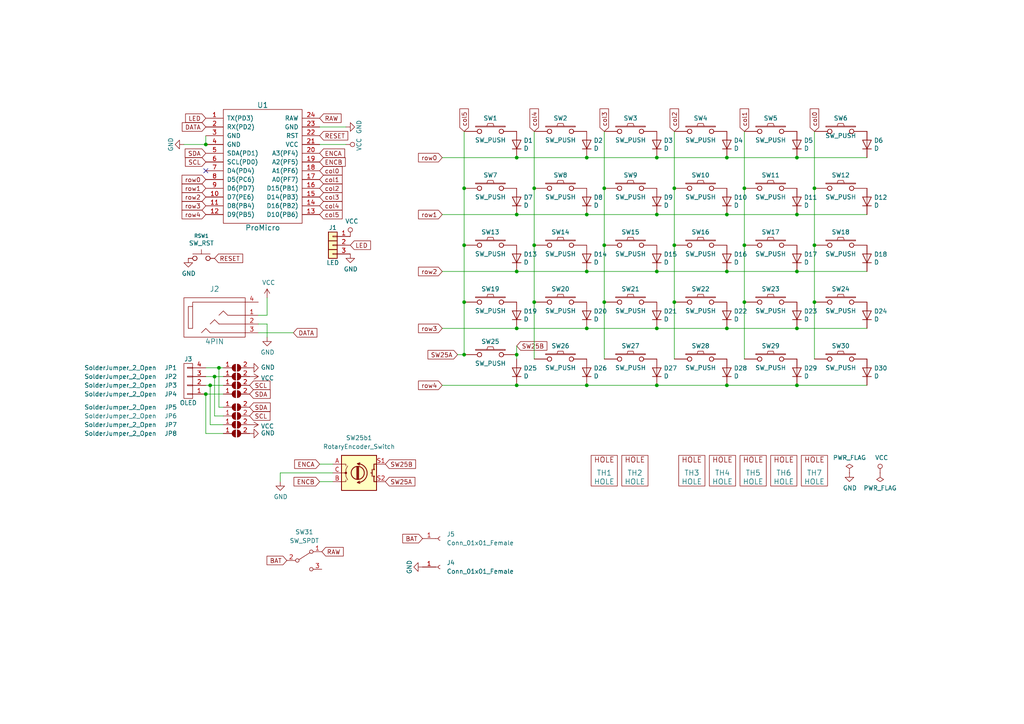
<source format=kicad_sch>
(kicad_sch (version 20211123) (generator eeschema)
  (paper "A4")
  (lib_symbols
    (symbol "Connector:Conn_01x01_Female" (pin_names (offset 1.016) hide)
      (property "Reference" "J" (at 0 2.54 0))
      (property "Value" "Conn_01x01_Female" (at 0 -2.54 0))
      (symbol "Conn_01x01_Female_1_1"
        (pin passive line (at -5.08 0 0) (length 3.81) (name "Pin_1") (number "1"))
      )
    )
    (symbol "Device:RotaryEncoder_Switch" (pin_names (offset 0.254) hide)
      (property "Reference" "SW" (at 0 6.604 0))
      (property "Value" "RotaryEncoder_Switch" (at 0 -6.604 0))
      (symbol "RotaryEncoder_Switch_1_1"
        (pin passive line (at -7.62 2.54 0) (length 2.54) (name "A") (number "A"))
        (pin passive line (at -7.62 -2.54 0) (length 2.54) (name "B") (number "B"))
        (pin passive line (at -7.62 0 0) (length 2.54) (name "C") (number "C"))
        (pin passive line (at 7.62 2.54 180) (length 2.54) (name "S1") (number "S1"))
        (pin passive line (at 7.62 -2.54 180) (length 2.54) (name "S2") (number "S2"))
      )
    )
    (symbol "Jumper:SolderJumper_2_Open" (pin_names (offset 0) hide)
      (property "Reference" "JP" (at 0 2.032 0))
      (property "Value" "SolderJumper_2_Open" (at 0 -2.54 0))
      (symbol "SolderJumper_2_Open_1_1"
        (pin passive line (at -3.81 0 0) (length 2.54) (name "A") (number "1"))
        (pin passive line (at 3.81 0 180) (length 2.54) (name "B") (number "2"))
      )
    )
    (symbol "SofleKeyboard-rescue:D-Lily58-cache-Lily58_Pro-rescue" (pin_numbers hide) (pin_names (offset 1.016) hide)
      (property "Reference" "D" (at 0 2.54 0))
      (property "Value" "D-Lily58-cache-Lily58_Pro-rescue" (at 0 -2.54 0))
      (symbol "D-Lily58-cache-Lily58_Pro-rescue_1_1"
        (pin passive line (at -3.81 0 0) (length 2.54) (name "K") (number "1"))
        (pin passive line (at 3.81 0 180) (length 2.54) (name "A") (number "2"))
      )
    )
    (symbol "SofleKeyboard-rescue:GND-Lily58-cache-Lily58_Pro-rescue" (power) (pin_names (offset 0))
      (property "Value" "GND-Lily58-cache-Lily58_Pro-rescue" (at 0 -3.81 0))
      (symbol "GND-Lily58-cache-Lily58_Pro-rescue_1_1"
        (pin power_in line (at 0 0 0) (length 0) hide (name "GND") (number "1"))
      )
    )
    (symbol "SofleKeyboard-rescue:HOLE-Lily58-cache-Lily58_Pro-rescue" (pin_names (offset 1.016))
      (property "Reference" "U" (at 0 0 0))
      (property "Value" "HOLE-Lily58-cache-Lily58_Pro-rescue" (at 0 -5.08 0))
      (symbol "HOLE-Lily58-cache-Lily58_Pro-rescue_0_0"
        (text "HOLE" (at 0 3.81 0) (effects (font (size 1.524 1.524))))
      )
    )
    (symbol "SofleKeyboard-rescue:LED-Lily58-cache-Lily58_Pro-rescue" (pin_names (offset 1.016) hide)
      (property "Reference" "J" (at 0 5.08 0))
      (property "Value" "LED-Lily58-cache-Lily58_Pro-rescue" (at 0 -5.08 0))
      (symbol "LED-Lily58-cache-Lily58_Pro-rescue_1_1"
        (pin passive line (at 5.08 2.54 180) (length 3.81) (name "Pin_1") (number "1"))
        (pin passive line (at 5.08 0 180) (length 3.81) (name "Pin_2") (number "2"))
        (pin passive line (at 5.08 -2.54 180) (length 3.81) (name "Pin_3") (number "3"))
      )
    )
    (symbol "SofleKeyboard-rescue:MJ-4PP-9-Lily58-cache-Lily58_Pro-rescue" (pin_names (offset 1.016))
      (property "Reference" "J" (at -8.89 -7.62 0))
      (property "Value" "MJ-4PP-9-Lily58-cache-Lily58_Pro-rescue" (at -3.81 6.35 0))
      (symbol "MJ-4PP-9-Lily58-cache-Lily58_Pro-rescue_1_1"
        (pin passive line (at 11.43 0 180) (length 3.81) (name "~") (number "1"))
        (pin passive line (at 11.43 -2.54 180) (length 3.81) (name "~") (number "2"))
        (pin passive line (at 11.43 -5.08 180) (length 3.81) (name "~") (number "3"))
        (pin passive line (at 11.43 3.81 180) (length 3.81) (name "~") (number "4"))
      )
    )
    (symbol "SofleKeyboard-rescue:OLED-Lily58-cache-Lily58_Pro-rescue" (pin_names (offset 1.016) hide)
      (property "Reference" "J" (at 0 6.35 0))
      (property "Value" "OLED-Lily58-cache-Lily58_Pro-rescue" (at 2.54 0 90))
      (symbol "OLED-Lily58-cache-Lily58_Pro-rescue_1_1"
        (pin passive line (at -5.08 3.81 0) (length 3.81) (name "P1") (number "1"))
        (pin passive line (at -5.08 1.27 0) (length 3.81) (name "P2") (number "2"))
        (pin passive line (at -5.08 -1.27 0) (length 3.81) (name "P3") (number "3"))
        (pin passive line (at -5.08 -3.81 0) (length 3.81) (name "P4") (number "4"))
      )
    )
    (symbol "SofleKeyboard-rescue:PWR_FLAG-Lily58-cache-Lily58_Pro-rescue" (power) (pin_numbers hide) (pin_names (offset 0) hide)
      (property "Value" "PWR_FLAG-Lily58-cache-Lily58_Pro-rescue" (at 0 3.81 0))
      (symbol "PWR_FLAG-Lily58-cache-Lily58_Pro-rescue_0_0"
        (pin power_out line (at 0 0 90) (length 0) (name "pwr") (number "1"))
      )
    )
    (symbol "SofleKeyboard-rescue:ProMicro_2-Lily58-cache-Lily58_Pro-rescue" (pin_names (offset 1.016))
      (property "Reference" "U" (at 0 17.78 0))
      (property "Value" "ProMicro_2-Lily58-cache-Lily58_Pro-rescue" (at 0 -17.78 0))
      (symbol "ProMicro_2-Lily58-cache-Lily58_Pro-rescue_1_1"
        (pin input line (at -16.51 13.97 0) (length 5.08) (name "TX(PD3)") (number "1"))
        (pin input line (at -16.51 -8.89 0) (length 5.08) (name "D7(PE6)") (number "10"))
        (pin input line (at -16.51 -11.43 0) (length 5.08) (name "D8(PB4)") (number "11"))
        (pin input line (at -16.51 -13.97 0) (length 5.08) (name "D9(PB5)") (number "12"))
        (pin input line (at 16.51 -13.97 180) (length 5.08) (name "D10(PB6)") (number "13"))
        (pin input line (at 16.51 -11.43 180) (length 5.08) (name "D16(PB2)") (number "14"))
        (pin input line (at 16.51 -8.89 180) (length 5.08) (name "D14(PB3)") (number "15"))
        (pin input line (at 16.51 -6.35 180) (length 5.08) (name "D15(PB1)") (number "16"))
        (pin input line (at 16.51 -3.81 180) (length 5.08) (name "A0(PF7)") (number "17"))
        (pin input line (at 16.51 -1.27 180) (length 5.08) (name "A1(PF6)") (number "18"))
        (pin input line (at 16.51 1.27 180) (length 5.08) (name "A2(PF5)") (number "19"))
        (pin input line (at -16.51 11.43 0) (length 5.08) (name "RX(PD2)") (number "2"))
        (pin input line (at 16.51 3.81 180) (length 5.08) (name "A3(PF4)") (number "20"))
        (pin input line (at 16.51 6.35 180) (length 5.08) (name "VCC") (number "21"))
        (pin input line (at 16.51 8.89 180) (length 5.08) (name "RST") (number "22"))
        (pin input line (at 16.51 11.43 180) (length 5.08) (name "GND") (number "23"))
        (pin input line (at 16.51 13.97 180) (length 5.08) (name "RAW") (number "24"))
        (pin input line (at -16.51 8.89 0) (length 5.08) (name "GND") (number "3"))
        (pin input line (at -16.51 6.35 0) (length 5.08) (name "GND") (number "4"))
        (pin input line (at -16.51 3.81 0) (length 5.08) (name "SDA(PD1)") (number "5"))
        (pin input line (at -16.51 1.27 0) (length 5.08) (name "SCL(PD0)") (number "6"))
        (pin input line (at -16.51 -1.27 0) (length 5.08) (name "D4(PD4)") (number "7"))
        (pin input line (at -16.51 -3.81 0) (length 5.08) (name "D5(PC6)") (number "8"))
        (pin input line (at -16.51 -6.35 0) (length 5.08) (name "D6(PD7)") (number "9"))
      )
    )
    (symbol "SofleKeyboard-rescue:SW_PUSH-Lily58-cache-Lily58_Pro-rescue" (pin_numbers hide) (pin_names (offset 1.016) hide)
      (property "Reference" "SW" (at 3.81 2.794 0))
      (property "Value" "SW_PUSH-Lily58-cache-Lily58_Pro-rescue" (at 0 -2.032 0))
      (symbol "SW_PUSH-Lily58-cache-Lily58_Pro-rescue_0_1"
        (pin passive inverted (at -7.62 0 0) (length 5.08) (name "1") (number "1"))
        (pin passive inverted (at 7.62 0 180) (length 5.08) (name "2") (number "2"))
      )
    )
    (symbol "SofleKeyboard-rescue:SW_RST-Lily58-cache-Lily58_Pro-rescue" (pin_numbers hide) (pin_names (offset 1.016) hide)
      (property "Reference" "RSW" (at 2.54 2.54 0))
      (property "Value" "SW_RST-Lily58-cache-Lily58_Pro-rescue" (at 0 -2.54 0))
      (symbol "SW_RST-Lily58-cache-Lily58_Pro-rescue_0_1"
        (pin passive inverted (at -3.81 0 0) (length 2.54) (name "1") (number "1"))
        (pin passive inverted (at 3.81 0 180) (length 2.54) (name "2") (number "2"))
      )
    )
    (symbol "SofleKeyboard-rescue:VCC-Lily58-cache-Lily58_Pro-rescue" (power) (pin_names (offset 0))
      (property "Value" "VCC-Lily58-cache-Lily58_Pro-rescue" (at 0 3.81 0))
      (symbol "VCC-Lily58-cache-Lily58_Pro-rescue_1_1"
        (pin power_in line (at 0 0 90) (length 0) hide (name "VCC") (number "1"))
      )
    )
    (symbol "Switch:SW_SPDT" (pin_names (offset 0) hide)
      (property "Reference" "SW" (at 0 4.318 0))
      (property "Value" "SW_SPDT" (at 0 -5.08 0))
      (symbol "SW_SPDT_1_1"
        (pin passive line (at 5.08 2.54 180) (length 2.54) (name "A") (number "1"))
        (pin passive line (at -5.08 0 0) (length 2.54) (name "B") (number "2"))
        (pin passive line (at 5.08 -2.54 180) (length 2.54) (name "C") (number "3"))
      )
    )
    (symbol "power:GND" (power) (pin_names (offset 0))
      (property "Value" "GND" (at 0 -3.81 0))
      (symbol "GND_1_1"
        (pin power_in line (at 0 0 270) (length 0) hide (name "GND") (number "1"))
      )
    )
    (symbol "power:VCC" (power) (pin_names (offset 0))
      (property "Value" "VCC" (at 0 3.81 0))
      (symbol "VCC_1_1"
        (pin power_in line (at 0 0 90) (length 0) hide (name "VCC") (number "1"))
      )
    )
  )
  (junction (at 149.86 78.74))
  (junction (at 231.14 111.76))
  (junction (at 154.94 87.63))
  (junction (at 170.18 45.72))
  (junction (at 154.94 71.12))
  (junction (at 134.62 87.63))
  (junction (at 210.82 111.76))
  (junction (at 62.23 109.22))
  (junction (at 134.62 102.87))
  (junction (at 149.86 111.76))
  (junction (at 59.69 114.3))
  (junction (at 210.82 45.72))
  (junction (at 190.5 111.76))
  (junction (at 236.22 87.63))
  (junction (at 190.5 95.25))
  (junction (at 215.9 87.63))
  (junction (at 210.82 95.25))
  (junction (at 170.18 95.25))
  (junction (at 149.86 62.23))
  (junction (at 170.18 62.23))
  (junction (at 215.9 71.12))
  (junction (at 175.26 71.12))
  (junction (at 215.9 54.61))
  (junction (at 134.62 54.61))
  (junction (at 231.14 45.72))
  (junction (at 175.26 54.61))
  (junction (at 210.82 78.74))
  (junction (at 195.58 87.63))
  (junction (at 59.69 41.91))
  (junction (at 231.14 62.23))
  (junction (at 175.26 87.63))
  (junction (at 63.5 106.68))
  (junction (at 170.18 111.76))
  (junction (at 210.82 62.23))
  (junction (at 170.18 78.74))
  (junction (at 149.86 102.87))
  (junction (at 195.58 71.12))
  (junction (at 190.5 62.23))
  (junction (at 231.14 95.25))
  (junction (at 190.5 45.72))
  (junction (at 149.86 45.72))
  (junction (at 154.94 54.61))
  (junction (at 236.22 71.12))
  (junction (at 149.86 95.25))
  (junction (at 236.22 54.61))
  (junction (at 134.62 71.12))
  (junction (at 231.14 78.74))
  (junction (at 190.5 78.74))
  (junction (at 60.96 111.76))
  (junction (at 195.58 54.61))
  (no_connect (at 59.69 49.53))
  (wire (pts (xy 59.69 109.22) (xy 62.23 109.22)))
  (wire (pts (xy 96.52 137.16) (xy 81.28 137.16)))
  (wire (pts (xy 92.71 139.7) (xy 96.52 139.7)))
  (wire (pts (xy 60.96 123.19) (xy 64.77 123.19)))
  (wire (pts (xy 149.86 102.87) (xy 149.86 104.14)))
  (wire (pts (xy 215.9 54.61) (xy 215.9 71.12)))
  (wire (pts (xy 149.86 111.76) (xy 170.18 111.76)))
  (wire (pts (xy 74.93 96.52) (xy 85.09 96.52)))
  (wire (pts (xy 170.18 111.76) (xy 190.5 111.76)))
  (wire (pts (xy 81.28 137.16) (xy 81.28 139.7)))
  (wire (pts (xy 77.47 86.36) (xy 77.47 91.44)))
  (wire (pts (xy 175.26 38.1) (xy 175.26 54.61)))
  (wire (pts (xy 195.58 54.61) (xy 195.58 71.12)))
  (wire (pts (xy 63.5 106.68) (xy 63.5 118.11)))
  (wire (pts (xy 170.18 45.72) (xy 190.5 45.72)))
  (wire (pts (xy 231.14 111.76) (xy 251.46 111.76)))
  (wire (pts (xy 190.5 111.76) (xy 210.82 111.76)))
  (wire (pts (xy 215.9 87.63) (xy 215.9 104.14)))
  (wire (pts (xy 128.27 111.76) (xy 149.86 111.76)))
  (wire (pts (xy 59.69 39.37) (xy 59.69 41.91)))
  (wire (pts (xy 231.14 45.72) (xy 251.46 45.72)))
  (wire (pts (xy 170.18 45.72) (xy 149.86 45.72)))
  (wire (pts (xy 149.86 78.74) (xy 128.27 78.74)))
  (wire (pts (xy 215.9 38.1) (xy 215.9 54.61)))
  (wire (pts (xy 132.715 102.87) (xy 134.62 102.87)))
  (wire (pts (xy 175.26 71.12) (xy 175.26 87.63)))
  (wire (pts (xy 215.9 87.63) (xy 215.9 71.12)))
  (wire (pts (xy 195.58 87.63) (xy 195.58 104.14)))
  (wire (pts (xy 62.23 109.22) (xy 64.77 109.22)))
  (wire (pts (xy 63.5 106.68) (xy 64.77 106.68)))
  (wire (pts (xy 170.18 95.25) (xy 149.86 95.25)))
  (wire (pts (xy 170.18 78.74) (xy 149.86 78.74)))
  (wire (pts (xy 64.77 114.3) (xy 59.69 114.3)))
  (wire (pts (xy 190.5 62.23) (xy 210.82 62.23)))
  (wire (pts (xy 195.58 71.12) (xy 195.58 87.63)))
  (wire (pts (xy 210.82 62.23) (xy 231.14 62.23)))
  (wire (pts (xy 60.96 111.76) (xy 64.77 111.76)))
  (wire (pts (xy 231.14 95.25) (xy 251.46 95.25)))
  (wire (pts (xy 92.71 36.83) (xy 100.33 36.83)))
  (wire (pts (xy 134.62 87.63) (xy 134.62 102.87)))
  (wire (pts (xy 231.14 78.74) (xy 251.46 78.74)))
  (wire (pts (xy 154.94 54.61) (xy 154.94 71.12)))
  (wire (pts (xy 236.22 87.63) (xy 236.22 104.14)))
  (wire (pts (xy 134.62 71.12) (xy 134.62 87.63)))
  (wire (pts (xy 77.47 91.44) (xy 74.93 91.44)))
  (wire (pts (xy 175.26 87.63) (xy 175.26 104.14)))
  (wire (pts (xy 134.62 38.1) (xy 134.62 54.61)))
  (wire (pts (xy 190.5 78.74) (xy 210.82 78.74)))
  (wire (pts (xy 74.93 93.98) (xy 77.47 93.98)))
  (wire (pts (xy 236.22 71.12) (xy 236.22 87.63)))
  (wire (pts (xy 231.14 62.23) (xy 251.46 62.23)))
  (wire (pts (xy 154.94 71.12) (xy 154.94 87.63)))
  (wire (pts (xy 170.18 78.74) (xy 190.5 78.74)))
  (wire (pts (xy 170.18 62.23) (xy 190.5 62.23)))
  (wire (pts (xy 190.5 95.25) (xy 210.82 95.25)))
  (wire (pts (xy 154.94 38.1) (xy 154.94 54.61)))
  (wire (pts (xy 154.94 87.63) (xy 154.94 104.14)))
  (wire (pts (xy 134.62 54.61) (xy 134.62 71.12)))
  (wire (pts (xy 210.82 95.25) (xy 231.14 95.25)))
  (wire (pts (xy 170.18 62.23) (xy 149.86 62.23)))
  (wire (pts (xy 59.69 125.73) (xy 64.77 125.73)))
  (wire (pts (xy 77.47 93.98) (xy 77.47 97.79)))
  (wire (pts (xy 92.71 134.62) (xy 96.52 134.62)))
  (wire (pts (xy 59.69 114.3) (xy 59.69 125.73)))
  (wire (pts (xy 236.22 54.61) (xy 236.22 38.1)))
  (wire (pts (xy 149.86 95.25) (xy 128.27 95.25)))
  (wire (pts (xy 190.5 45.72) (xy 210.82 45.72)))
  (wire (pts (xy 149.86 100.33) (xy 149.86 102.87)))
  (wire (pts (xy 63.5 118.11) (xy 64.77 118.11)))
  (wire (pts (xy 149.86 45.72) (xy 128.27 45.72)))
  (wire (pts (xy 62.23 120.65) (xy 64.77 120.65)))
  (wire (pts (xy 92.71 41.91) (xy 100.33 41.91)))
  (wire (pts (xy 170.18 95.25) (xy 190.5 95.25)))
  (wire (pts (xy 195.58 38.1) (xy 195.58 54.61)))
  (wire (pts (xy 210.82 111.76) (xy 231.14 111.76)))
  (wire (pts (xy 236.22 71.12) (xy 236.22 54.61)))
  (wire (pts (xy 59.69 111.76) (xy 60.96 111.76)))
  (wire (pts (xy 59.69 41.91) (xy 53.34 41.91)))
  (wire (pts (xy 59.69 106.68) (xy 63.5 106.68)))
  (wire (pts (xy 62.23 109.22) (xy 62.23 120.65)))
  (wire (pts (xy 210.82 78.74) (xy 231.14 78.74)))
  (wire (pts (xy 231.14 45.72) (xy 210.82 45.72)))
  (wire (pts (xy 149.86 62.23) (xy 128.27 62.23)))
  (wire (pts (xy 60.96 111.76) (xy 60.96 123.19)))
  (wire (pts (xy 175.26 54.61) (xy 175.26 71.12)))
  (global_label "row3" (shape input) (at 128.27 95.25 180) (property "Intersheet References" "${INTERSHEET_REFS}" (effects hide)))
  (global_label "SW25A" (shape input) (at 111.76 139.7 0) (property "Intersheet References" "${INTERSHEET_REFS}" (effects hide)))
  (global_label "col4" (shape input) (at 92.71 59.69 0) (property "Intersheet References" "${INTERSHEET_REFS}" (effects hide)))
  (global_label "RESET" (shape input) (at 62.23 74.93 0) (property "Intersheet References" "${INTERSHEET_REFS}" (effects hide)))
  (global_label "LED" (shape input) (at 101.6 71.12 0) (property "Intersheet References" "${INTERSHEET_REFS}" (effects hide)))
  (global_label "RAW" (shape input) (at 93.345 160.02 0) (property "Intersheet References" "${INTERSHEET_REFS}" (effects hide)))
  (global_label "col3" (shape input) (at 92.71 57.15 0) (property "Intersheet References" "${INTERSHEET_REFS}" (effects hide)))
  (global_label "DATA" (shape input) (at 59.69 36.83 180) (property "Intersheet References" "${INTERSHEET_REFS}" (effects hide)))
  (global_label "row1" (shape input) (at 59.69 54.61 180) (property "Intersheet References" "${INTERSHEET_REFS}" (effects hide)))
  (global_label "col3" (shape input) (at 175.26 38.1 90) (property "Intersheet References" "${INTERSHEET_REFS}" (effects hide)))
  (global_label "ENCB" (shape input) (at 92.71 46.99 0) (property "Intersheet References" "${INTERSHEET_REFS}" (effects hide)))
  (global_label "row2" (shape input) (at 128.27 78.74 180) (property "Intersheet References" "${INTERSHEET_REFS}" (effects hide)))
  (global_label "row3" (shape input) (at 59.69 59.69 180) (property "Intersheet References" "${INTERSHEET_REFS}" (effects hide)))
  (global_label "DATA" (shape input) (at 85.09 96.52 0) (property "Intersheet References" "${INTERSHEET_REFS}" (effects hide)))
  (global_label "row0" (shape input) (at 59.69 52.07 180) (property "Intersheet References" "${INTERSHEET_REFS}" (effects hide)))
  (global_label "col5" (shape input) (at 92.71 62.23 0) (property "Intersheet References" "${INTERSHEET_REFS}" (effects hide)))
  (global_label "SDA" (shape input) (at 72.39 114.3 0) (property "Intersheet References" "${INTERSHEET_REFS}" (effects hide)))
  (global_label "SW25A" (shape input) (at 132.715 102.87 180) (property "Intersheet References" "${INTERSHEET_REFS}" (effects hide)))
  (global_label "col1" (shape input) (at 92.71 52.07 0) (property "Intersheet References" "${INTERSHEET_REFS}" (effects hide)))
  (global_label "SDA" (shape input) (at 72.39 118.11 0) (property "Intersheet References" "${INTERSHEET_REFS}" (effects hide)))
  (global_label "row1" (shape input) (at 128.27 62.23 180) (property "Intersheet References" "${INTERSHEET_REFS}" (effects hide)))
  (global_label "BAT" (shape input) (at 83.185 162.56 180) (property "Intersheet References" "${INTERSHEET_REFS}" (effects hide)))
  (global_label "SDA" (shape input) (at 59.69 44.45 180) (property "Intersheet References" "${INTERSHEET_REFS}" (effects hide)))
  (global_label "RESET" (shape input) (at 92.71 39.37 0) (property "Intersheet References" "${INTERSHEET_REFS}" (effects hide)))
  (global_label "RAW" (shape input) (at 92.71 34.29 0) (property "Intersheet References" "${INTERSHEET_REFS}" (effects hide)))
  (global_label "SW25B" (shape input) (at 149.86 100.33 0) (property "Intersheet References" "${INTERSHEET_REFS}" (effects hide)))
  (global_label "ENCB" (shape input) (at 92.71 139.7 180) (property "Intersheet References" "${INTERSHEET_REFS}" (effects hide)))
  (global_label "SCL" (shape input) (at 59.69 46.99 180) (property "Intersheet References" "${INTERSHEET_REFS}" (effects hide)))
  (global_label "LED" (shape input) (at 59.69 34.29 180) (property "Intersheet References" "${INTERSHEET_REFS}" (effects hide)))
  (global_label "ENCA" (shape input) (at 92.71 134.62 180) (property "Intersheet References" "${INTERSHEET_REFS}" (effects hide)))
  (global_label "BAT" (shape input) (at 122.555 156.21 180) (property "Intersheet References" "${INTERSHEET_REFS}" (effects hide)))
  (global_label "row2" (shape input) (at 59.69 57.15 180) (property "Intersheet References" "${INTERSHEET_REFS}" (effects hide)))
  (global_label "SCL" (shape input) (at 72.39 111.76 0) (property "Intersheet References" "${INTERSHEET_REFS}" (effects hide)))
  (global_label "row0" (shape input) (at 128.27 45.72 180) (property "Intersheet References" "${INTERSHEET_REFS}" (effects hide)))
  (global_label "col0" (shape input) (at 92.71 49.53 0) (property "Intersheet References" "${INTERSHEET_REFS}" (effects hide)))
  (global_label "col0" (shape input) (at 236.22 38.1 90) (property "Intersheet References" "${INTERSHEET_REFS}" (effects hide)))
  (global_label "col2" (shape input) (at 92.71 54.61 0) (property "Intersheet References" "${INTERSHEET_REFS}" (effects hide)))
  (global_label "SW25B" (shape input) (at 111.76 134.62 0) (property "Intersheet References" "${INTERSHEET_REFS}" (effects hide)))
  (global_label "col4" (shape input) (at 154.94 38.1 90) (property "Intersheet References" "${INTERSHEET_REFS}" (effects hide)))
  (global_label "row4" (shape input) (at 59.69 62.23 180) (property "Intersheet References" "${INTERSHEET_REFS}" (effects hide)))
  (global_label "col2" (shape input) (at 195.58 38.1 90) (property "Intersheet References" "${INTERSHEET_REFS}" (effects hide)))
  (global_label "ENCA" (shape input) (at 92.71 44.45 0) (property "Intersheet References" "${INTERSHEET_REFS}" (effects hide)))
  (global_label "col1" (shape input) (at 215.9 38.1 90) (property "Intersheet References" "${INTERSHEET_REFS}" (effects hide)))
  (global_label "col5" (shape input) (at 134.62 38.1 90) (property "Intersheet References" "${INTERSHEET_REFS}" (effects hide)))
  (global_label "row4" (shape input) (at 128.27 111.76 180) (property "Intersheet References" "${INTERSHEET_REFS}" (effects hide)))
  (global_label "SCL" (shape input) (at 72.39 120.65 0) (property "Intersheet References" "${INTERSHEET_REFS}" (effects hide)))
  (symbol (lib_id "SofleKeyboard-rescue:VCC-Lily58-cache-Lily58_Pro-rescue") (at 255.27 137.16 0) (unit 1)
    (property "Reference" "#PWR0101" (effects hide))
    (property "Value" "VCC" (at 255.7018 132.7658 0))
  )
  (symbol (lib_id "SofleKeyboard-rescue:D-Lily58-cache-Lily58_Pro-rescue") (at 210.82 74.93 90) (unit 1)
    (property "Reference" "D16" (at 212.8266 73.7616 90) (effects (justify right)))
    (property "Value" "D" (at 212.8266 76.073 90) (effects (justify right)))
    (property "Footprint" "SofleKeyboard-footprint:Diode_SOD123" (effects hide))
  )
  (symbol (lib_id "Device:RotaryEncoder_Switch") (at 104.14 137.16 0) (unit 1)
    (property "Reference" "SW25b1" (at 104.14 127 0))
    (property "Value" "RotaryEncoder_Switch" (at 104.14 129.54 0))
    (property "Footprint" "Rotary_Encoder:RotaryEncoder_Alps_EC11E-Switch_Vertical_H20mm" (effects hide))
  )
  (symbol (lib_id "SofleKeyboard-rescue:PWR_FLAG-Lily58-cache-Lily58_Pro-rescue") (at 255.27 137.16 180) (unit 1)
    (property "Reference" "#FLG0101" (effects hide))
    (property "Value" "PWR_FLAG" (at 255.27 141.5542 0))
  )
  (symbol (lib_id "SofleKeyboard-rescue:D-Lily58-cache-Lily58_Pro-rescue") (at 170.18 41.91 90) (unit 1)
    (property "Reference" "D2" (at 172.1866 40.7416 90) (effects (justify right)))
    (property "Value" "D" (at 172.1866 43.053 90) (effects (justify right)))
    (property "Footprint" "SofleKeyboard-footprint:Diode_SOD123" (effects hide))
  )
  (symbol (lib_id "SofleKeyboard-rescue:SW_PUSH-Lily58-cache-Lily58_Pro-rescue") (at 223.52 87.63 0) (unit 1)
    (property "Reference" "SW23" (at 223.52 83.82 0))
    (property "Value" "SW_PUSH" (at 223.52 90.17 0))
    (property "Footprint" "SofleKeyboard-footprint:CherryMX_KailhLowProfile_Hotswap" (effects hide))
  )
  (symbol (lib_id "SofleKeyboard-rescue:D-Lily58-cache-Lily58_Pro-rescue") (at 149.86 58.42 90) (unit 1)
    (property "Reference" "D7" (at 151.8666 57.2516 90) (effects (justify right)))
    (property "Value" "D" (at 151.8666 59.563 90) (effects (justify right)))
    (property "Footprint" "SofleKeyboard-footprint:Diode_SOD123" (effects hide))
  )
  (symbol (lib_id "SofleKeyboard-rescue:GND-Lily58-cache-Lily58_Pro-rescue") (at 101.6 73.66 0) (unit 1)
    (property "Reference" "#PWR0114" (effects hide))
    (property "Value" "GND" (at 101.727 78.0542 0))
  )
  (symbol (lib_id "SofleKeyboard-rescue:D-Lily58-cache-Lily58_Pro-rescue") (at 190.5 107.95 90) (unit 1)
    (property "Reference" "D27" (at 192.5066 106.7816 90) (effects (justify right)))
    (property "Value" "D" (at 192.5066 109.093 90) (effects (justify right)))
    (property "Footprint" "SofleKeyboard-footprint:Diode_SOD123" (effects hide))
  )
  (symbol (lib_id "SofleKeyboard-rescue:VCC-Lily58-cache-Lily58_Pro-rescue") (at 101.6 68.58 0) (unit 1)
    (property "Reference" "#PWR0115" (effects hide))
    (property "Value" "VCC" (at 102.0318 64.1858 0))
  )
  (symbol (lib_id "SofleKeyboard-rescue:SW_PUSH-Lily58-cache-Lily58_Pro-rescue") (at 203.2 54.61 0) (unit 1)
    (property "Reference" "SW10" (at 203.2 50.8 0))
    (property "Value" "SW_PUSH" (at 203.2 57.15 0))
    (property "Footprint" "SofleKeyboard-footprint:CherryMX_KailhLowProfile_Hotswap" (effects hide))
  )
  (symbol (lib_id "SofleKeyboard-rescue:SW_PUSH-Lily58-cache-Lily58_Pro-rescue") (at 243.84 71.12 0) (unit 1)
    (property "Reference" "SW18" (at 243.84 67.31 0))
    (property "Value" "SW_PUSH" (at 243.84 73.66 0))
    (property "Footprint" "SofleKeyboard-footprint:CherryMX_KailhLowProfile_Hotswap" (effects hide))
  )
  (symbol (lib_id "SofleKeyboard-rescue:SW_PUSH-Lily58-cache-Lily58_Pro-rescue") (at 162.56 38.1 0) (unit 1)
    (property "Reference" "SW2" (at 162.56 34.29 0))
    (property "Value" "SW_PUSH" (at 162.56 40.64 0))
    (property "Footprint" "SofleKeyboard-footprint:CherryMX_KailhLowProfile_Hotswap" (effects hide))
  )
  (symbol (lib_id "SofleKeyboard-rescue:SW_PUSH-Lily58-cache-Lily58_Pro-rescue") (at 223.52 54.61 0) (unit 1)
    (property "Reference" "SW11" (at 223.52 50.8 0))
    (property "Value" "SW_PUSH" (at 223.52 57.15 0))
    (property "Footprint" "SofleKeyboard-footprint:CherryMX_KailhLowProfile_Hotswap" (effects hide))
  )
  (symbol (lib_id "SofleKeyboard-rescue:SW_PUSH-Lily58-cache-Lily58_Pro-rescue") (at 162.56 87.63 0) (unit 1)
    (property "Reference" "SW20" (at 162.56 83.82 0))
    (property "Value" "SW_PUSH" (at 162.56 90.17 0))
    (property "Footprint" "SofleKeyboard-footprint:CherryMX_KailhLowProfile_Hotswap" (effects hide))
  )
  (symbol (lib_id "SofleKeyboard-rescue:VCC-Lily58-cache-Lily58_Pro-rescue") (at 100.33 41.91 270) (unit 1)
    (property "Reference" "#PWR0112" (effects hide))
    (property "Value" "VCC" (at 104.14 41.91 0))
  )
  (symbol (lib_id "SofleKeyboard-rescue:D-Lily58-cache-Lily58_Pro-rescue") (at 231.14 41.91 90) (unit 1)
    (property "Reference" "D5" (at 233.1466 40.7416 90) (effects (justify right)))
    (property "Value" "D" (at 233.1466 43.053 90) (effects (justify right)))
    (property "Footprint" "SofleKeyboard-footprint:Diode_SOD123" (effects hide))
  )
  (symbol (lib_id "Jumper:SolderJumper_2_Open") (at 68.58 120.65 0) (unit 1)
    (property "Reference" "JP6" (at 49.53 120.65 0))
    (property "Value" "SolderJumper_2_Open" (at 34.925 120.65 0))
    (property "Footprint" "Jumper:SolderJumper-2_P1.3mm_Open_Pad1.0x1.5mm" (effects hide))
  )
  (symbol (lib_id "power:VCC") (at 72.39 123.19 270) (unit 1)
    (property "Reference" "#PWR0107" (effects hide))
    (property "Value" "VCC" (at 75.6412 123.6218 90) (effects (justify left)))
  )
  (symbol (lib_id "SofleKeyboard-rescue:GND-Lily58-cache-Lily58_Pro-rescue") (at 54.61 74.93 0) (unit 1)
    (property "Reference" "#PWR0103" (effects hide))
    (property "Value" "GND" (at 54.737 79.3242 0))
  )
  (symbol (lib_id "SofleKeyboard-rescue:MJ-4PP-9-Lily58-cache-Lily58_Pro-rescue") (at 63.5 91.44 0) (unit 1)
    (property "Reference" "J2" (at 62.23 83.82 0) (effects (font (size 1.524 1.524))))
    (property "Value" "4PIN" (at 62.23 99.06 0) (effects (font (size 1.524 1.524))))
    (property "Footprint" "SofleKeyboard-footprint:MJ-4PP-9" (effects hide))
  )
  (symbol (lib_id "SofleKeyboard-rescue:SW_RST-Lily58-cache-Lily58_Pro-rescue") (at 58.42 74.93 0) (unit 1)
    (property "Reference" "RSW1" (at 58.42 68.4276 0) (effects (font (size 1.016 1.016))))
    (property "Value" "SW_RST" (at 58.42 70.5358 0))
    (property "Footprint" "SofleKeyboard-footprint:TACT_SWITCH_TVBP06" (effects hide))
  )
  (symbol (lib_id "SofleKeyboard-rescue:D-Lily58-cache-Lily58_Pro-rescue") (at 251.46 41.91 90) (unit 1)
    (property "Reference" "D6" (at 253.4666 40.7416 90) (effects (justify right)))
    (property "Value" "D" (at 253.4666 43.053 90) (effects (justify right)))
    (property "Footprint" "SofleKeyboard-footprint:Diode_SOD123" (effects hide))
  )
  (symbol (lib_id "SofleKeyboard-rescue:SW_PUSH-Lily58-cache-Lily58_Pro-rescue") (at 223.52 71.12 0) (unit 1)
    (property "Reference" "SW17" (at 223.52 67.31 0))
    (property "Value" "SW_PUSH" (at 223.52 73.66 0))
    (property "Footprint" "SofleKeyboard-footprint:CherryMX_KailhLowProfile_Hotswap" (effects hide))
  )
  (symbol (lib_id "SofleKeyboard-rescue:D-Lily58-cache-Lily58_Pro-rescue") (at 190.5 74.93 90) (unit 1)
    (property "Reference" "D15" (at 192.5066 73.7616 90) (effects (justify right)))
    (property "Value" "D" (at 192.5066 76.073 90) (effects (justify right)))
    (property "Footprint" "SofleKeyboard-footprint:Diode_SOD123" (effects hide))
  )
  (symbol (lib_id "SofleKeyboard-rescue:SW_PUSH-Lily58-cache-Lily58_Pro-rescue") (at 142.24 102.87 0) (unit 1)
    (property "Reference" "SW25" (at 142.24 99.06 0))
    (property "Value" "SW_PUSH" (at 142.24 105.41 0))
    (property "Footprint" "SofleKeyboard-footprint:CherryMX_KailhLowProfile_Hotswap_1.5" (effects hide))
  )
  (symbol (lib_id "SofleKeyboard-rescue:SW_PUSH-Lily58-cache-Lily58_Pro-rescue") (at 162.56 104.14 0) (unit 1)
    (property "Reference" "SW26" (at 162.56 100.33 0))
    (property "Value" "SW_PUSH" (at 162.56 106.68 0))
    (property "Footprint" "SofleKeyboard-footprint:CherryMX_KailhLowProfile_Hotswap_1.5" (effects hide))
  )
  (symbol (lib_id "SofleKeyboard-rescue:D-Lily58-cache-Lily58_Pro-rescue") (at 170.18 74.93 90) (unit 1)
    (property "Reference" "D14" (at 172.1866 73.7616 90) (effects (justify right)))
    (property "Value" "D" (at 172.1866 76.073 90) (effects (justify right)))
    (property "Footprint" "SofleKeyboard-footprint:Diode_SOD123" (effects hide))
  )
  (symbol (lib_id "SofleKeyboard-rescue:D-Lily58-cache-Lily58_Pro-rescue") (at 231.14 91.44 90) (unit 1)
    (property "Reference" "D23" (at 233.1466 90.2716 90) (effects (justify right)))
    (property "Value" "D" (at 233.1466 92.583 90) (effects (justify right)))
    (property "Footprint" "SofleKeyboard-footprint:Diode_SOD123" (effects hide))
  )
  (symbol (lib_id "power:GND") (at 81.28 139.7 0) (unit 1)
    (property "Reference" "#PWR0109" (effects hide))
    (property "Value" "GND" (at 81.407 144.0942 0))
  )
  (symbol (lib_id "SofleKeyboard-rescue:SW_PUSH-Lily58-cache-Lily58_Pro-rescue") (at 243.84 38.1 0) (unit 1)
    (property "Reference" "SW6" (at 243.84 34.29 0))
    (property "Value" "SW_PUSH" (at 243.84 39.37 0))
    (property "Footprint" "SofleKeyboard-footprint:CherryMX_KailhLowProfile_Hotswap" (effects hide))
  )
  (symbol (lib_id "SofleKeyboard-rescue:D-Lily58-cache-Lily58_Pro-rescue") (at 170.18 107.95 90) (unit 1)
    (property "Reference" "D26" (at 172.1866 106.7816 90) (effects (justify right)))
    (property "Value" "D" (at 172.1866 109.093 90) (effects (justify right)))
    (property "Footprint" "SofleKeyboard-footprint:Diode_SOD123" (effects hide))
  )
  (symbol (lib_id "Jumper:SolderJumper_2_Open") (at 68.58 109.22 0) (unit 1)
    (property "Reference" "JP2" (at 49.53 109.22 0))
    (property "Value" "SolderJumper_2_Open" (at 34.925 109.22 0))
    (property "Footprint" "Jumper:SolderJumper-2_P1.3mm_Open_Pad1.0x1.5mm" (effects hide))
  )
  (symbol (lib_id "SofleKeyboard-rescue:PWR_FLAG-Lily58-cache-Lily58_Pro-rescue") (at 246.38 137.16 0) (unit 1)
    (property "Reference" "#FLG0102" (effects hide))
    (property "Value" "PWR_FLAG" (at 246.38 132.7404 0))
  )
  (symbol (lib_id "SofleKeyboard-rescue:GND-Lily58-cache-Lily58_Pro-rescue") (at 53.34 41.91 270) (unit 1)
    (property "Reference" "#PWR0111" (effects hide))
    (property "Value" "GND" (at 49.53 41.91 0))
  )
  (symbol (lib_id "SofleKeyboard-rescue:SW_PUSH-Lily58-cache-Lily58_Pro-rescue") (at 182.88 87.63 0) (unit 1)
    (property "Reference" "SW21" (at 182.88 83.82 0))
    (property "Value" "SW_PUSH" (at 182.88 90.17 0))
    (property "Footprint" "SofleKeyboard-footprint:CherryMX_KailhLowProfile_Hotswap" (effects hide))
  )
  (symbol (lib_id "SofleKeyboard-rescue:D-Lily58-cache-Lily58_Pro-rescue") (at 231.14 74.93 90) (unit 1)
    (property "Reference" "D17" (at 233.1466 73.7616 90) (effects (justify right)))
    (property "Value" "D" (at 233.1466 76.073 90) (effects (justify right)))
    (property "Footprint" "SofleKeyboard-footprint:Diode_SOD123" (effects hide))
  )
  (symbol (lib_id "Jumper:SolderJumper_2_Open") (at 68.58 118.11 0) (unit 1)
    (property "Reference" "JP5" (at 49.53 118.11 0))
    (property "Value" "SolderJumper_2_Open" (at 34.925 118.11 0))
    (property "Footprint" "Jumper:SolderJumper-2_P1.3mm_Open_Pad1.0x1.5mm" (effects hide))
  )
  (symbol (lib_id "SofleKeyboard-rescue:D-Lily58-cache-Lily58_Pro-rescue") (at 149.86 91.44 90) (unit 1)
    (property "Reference" "D19" (at 151.8666 90.2716 90) (effects (justify right)))
    (property "Value" "D" (at 151.8666 92.583 90) (effects (justify right)))
    (property "Footprint" "SofleKeyboard-footprint:Diode_SOD123" (effects hide))
  )
  (symbol (lib_id "SofleKeyboard-rescue:SW_PUSH-Lily58-cache-Lily58_Pro-rescue") (at 162.56 71.12 0) (unit 1)
    (property "Reference" "SW14" (at 162.56 67.31 0))
    (property "Value" "SW_PUSH" (at 162.56 73.66 0))
    (property "Footprint" "SofleKeyboard-footprint:CherryMX_KailhLowProfile_Hotswap" (effects hide))
  )
  (symbol (lib_id "SofleKeyboard-rescue:HOLE-Lily58-cache-Lily58_Pro-rescue") (at 218.44 137.16 0) (unit 1)
    (property "Reference" "TH5" (at 218.44 137.16 0) (effects (font (size 1.524 1.524))))
    (property "Value" "HOLE" (at 218.44 139.7 0) (effects (font (size 1.524 1.524))))
    (property "Footprint" "SofleKeyboard-footprint:HOLE_M2_TH" (effects hide))
  )
  (symbol (lib_id "Connector:Conn_01x01_Female") (at 127.635 164.465 0) (unit 1)
    (property "Reference" "J4" (at 129.54 163.1949 0) (effects (justify left)))
    (property "Value" "Conn_01x01_Female" (at 129.54 165.7349 0) (effects (justify left)))
    (property "Footprint" "Connector_PinSocket_2.00mm:PinSocket_1x01_P2.00mm_Vertical" (effects hide))
  )
  (symbol (lib_id "Connector:Conn_01x01_Female") (at 127.635 156.21 0) (unit 1)
    (property "Reference" "J5" (at 129.54 154.9399 0) (effects (justify left)))
    (property "Value" "Conn_01x01_Female" (at 129.54 157.4799 0) (effects (justify left)))
    (property "Footprint" "Connector_PinSocket_2.00mm:PinSocket_1x01_P2.00mm_Vertical" (effects hide))
  )
  (symbol (lib_id "power:GND") (at 77.47 97.79 0) (unit 1)
    (property "Reference" "#PWR0106" (effects hide))
    (property "Value" "GND" (at 77.597 102.1842 0))
  )
  (symbol (lib_id "SofleKeyboard-rescue:SW_PUSH-Lily58-cache-Lily58_Pro-rescue") (at 203.2 104.14 0) (unit 1)
    (property "Reference" "SW28" (at 203.2 100.33 0))
    (property "Value" "SW_PUSH" (at 203.2 106.68 0))
    (property "Footprint" "SofleKeyboard-footprint:CherryMX_KailhLowProfile_Hotswap" (effects hide))
  )
  (symbol (lib_id "SofleKeyboard-rescue:HOLE-Lily58-cache-Lily58_Pro-rescue") (at 209.55 137.16 0) (unit 1)
    (property "Reference" "TH4" (at 209.55 137.16 0) (effects (font (size 1.524 1.524))))
    (property "Value" "HOLE" (at 209.55 139.7 0) (effects (font (size 1.524 1.524))))
    (property "Footprint" "SofleKeyboard-footprint:HOLE_M2_TH" (effects hide))
  )
  (symbol (lib_id "SofleKeyboard-rescue:D-Lily58-cache-Lily58_Pro-rescue") (at 251.46 107.95 90) (unit 1)
    (property "Reference" "D30" (at 253.4666 106.7816 90) (effects (justify right)))
    (property "Value" "D" (at 253.4666 109.093 90) (effects (justify right)))
    (property "Footprint" "SofleKeyboard-footprint:Diode_SOD123" (effects hide))
  )
  (symbol (lib_id "SofleKeyboard-rescue:D-Lily58-cache-Lily58_Pro-rescue") (at 190.5 41.91 90) (unit 1)
    (property "Reference" "D3" (at 192.5066 40.7416 90) (effects (justify right)))
    (property "Value" "D" (at 192.5066 43.053 90) (effects (justify right)))
    (property "Footprint" "SofleKeyboard-footprint:Diode_SOD123" (effects hide))
  )
  (symbol (lib_id "SofleKeyboard-rescue:D-Lily58-cache-Lily58_Pro-rescue") (at 231.14 107.95 90) (unit 1)
    (property "Reference" "D29" (at 233.1466 106.7816 90) (effects (justify right)))
    (property "Value" "D" (at 233.1466 109.093 90) (effects (justify right)))
    (property "Footprint" "SofleKeyboard-footprint:Diode_SOD123" (effects hide))
  )
  (symbol (lib_id "Jumper:SolderJumper_2_Open") (at 68.58 111.76 0) (unit 1)
    (property "Reference" "JP3" (at 49.53 111.76 0))
    (property "Value" "SolderJumper_2_Open" (at 34.925 111.76 0))
    (property "Footprint" " " (effects hide))
  )
  (symbol (lib_id "SofleKeyboard-rescue:GND-Lily58-cache-Lily58_Pro-rescue") (at 122.555 164.465 270) (unit 1)
    (property "Reference" "#PWR0117" (effects hide))
    (property "Value" "GND" (at 118.745 164.465 0))
  )
  (symbol (lib_id "SofleKeyboard-rescue:D-Lily58-cache-Lily58_Pro-rescue") (at 251.46 58.42 90) (unit 1)
    (property "Reference" "D12" (at 253.4666 57.2516 90) (effects (justify right)))
    (property "Value" "D" (at 253.4666 59.563 90) (effects (justify right)))
    (property "Footprint" "SofleKeyboard-footprint:Diode_SOD123" (effects hide))
  )
  (symbol (lib_id "SofleKeyboard-rescue:LED-Lily58-cache-Lily58_Pro-rescue") (at 96.52 71.12 0) (unit 1)
    (property "Reference" "J1" (at 96.52 66.04 0))
    (property "Value" "LED" (at 96.52 76.2 0))
    (property "Footprint" "SofleKeyboard-footprint:LED" (effects hide))
  )
  (symbol (lib_id "SofleKeyboard-rescue:HOLE-Lily58-cache-Lily58_Pro-rescue") (at 227.33 137.16 0) (unit 1)
    (property "Reference" "TH6" (at 227.33 137.16 0) (effects (font (size 1.524 1.524))))
    (property "Value" "HOLE" (at 227.33 139.7 0) (effects (font (size 1.524 1.524))))
    (property "Footprint" "SofleKeyboard-footprint:HOLE_M2_TH" (effects hide))
  )
  (symbol (lib_id "SofleKeyboard-rescue:SW_PUSH-Lily58-cache-Lily58_Pro-rescue") (at 142.24 38.1 0) (unit 1)
    (property "Reference" "SW1" (at 142.24 34.29 0))
    (property "Value" "SW_PUSH" (at 142.24 40.64 0))
    (property "Footprint" "SofleKeyboard-footprint:CherryMX_KailhLowProfile_Hotswap" (effects hide))
  )
  (symbol (lib_id "SofleKeyboard-rescue:ProMicro_2-Lily58-cache-Lily58_Pro-rescue") (at 76.2 48.26 0) (unit 1)
    (property "Reference" "U1" (at 76.2 30.48 0) (effects (font (size 1.524 1.524))))
    (property "Value" "ProMicro" (at 76.2 66.04 0) (effects (font (size 1.524 1.524))))
    (property "Footprint" "SofleKeyboard-footprint:ProMicro" (effects hide))
  )
  (symbol (lib_id "Jumper:SolderJumper_2_Open") (at 68.58 125.73 0) (unit 1)
    (property "Reference" "JP8" (at 49.53 125.73 0))
    (property "Value" "SolderJumper_2_Open" (at 34.925 125.73 0))
    (property "Footprint" "Jumper:SolderJumper-2_P1.3mm_Open_Pad1.0x1.5mm" (effects hide))
  )
  (symbol (lib_id "SofleKeyboard-rescue:D-Lily58-cache-Lily58_Pro-rescue") (at 231.14 58.42 90) (unit 1)
    (property "Reference" "D11" (at 233.1466 57.2516 90) (effects (justify right)))
    (property "Value" "D" (at 233.1466 59.563 90) (effects (justify right)))
    (property "Footprint" "SofleKeyboard-footprint:Diode_SOD123" (effects hide))
  )
  (symbol (lib_id "SofleKeyboard-rescue:D-Lily58-cache-Lily58_Pro-rescue") (at 210.82 41.91 90) (unit 1)
    (property "Reference" "D4" (at 212.8266 40.7416 90) (effects (justify right)))
    (property "Value" "D" (at 212.8266 43.053 90) (effects (justify right)))
    (property "Footprint" "SofleKeyboard-footprint:Diode_SOD123" (effects hide))
  )
  (symbol (lib_id "power:VCC") (at 72.39 109.22 270) (unit 1)
    (property "Reference" "#PWR0108" (effects hide))
    (property "Value" "VCC" (at 75.6412 109.6518 90) (effects (justify left)))
  )
  (symbol (lib_id "SofleKeyboard-rescue:D-Lily58-cache-Lily58_Pro-rescue") (at 149.86 74.93 90) (unit 1)
    (property "Reference" "D13" (at 151.8666 73.7616 90) (effects (justify right)))
    (property "Value" "D" (at 151.8666 76.073 90) (effects (justify right)))
    (property "Footprint" "SofleKeyboard-footprint:Diode_SOD123" (effects hide))
  )
  (symbol (lib_id "power:VCC") (at 77.47 86.36 0) (unit 1)
    (property "Reference" "#PWR0104" (effects hide))
    (property "Value" "VCC" (at 77.9018 81.9658 0))
  )
  (symbol (lib_id "SofleKeyboard-rescue:D-Lily58-cache-Lily58_Pro-rescue") (at 149.86 107.95 90) (unit 1)
    (property "Reference" "D25" (at 151.8666 106.7816 90) (effects (justify right)))
    (property "Value" "D" (at 151.8666 109.093 90) (effects (justify right)))
    (property "Footprint" "SofleKeyboard-footprint:Diode_SOD123" (effects hide))
  )
  (symbol (lib_id "SofleKeyboard-rescue:SW_PUSH-Lily58-cache-Lily58_Pro-rescue") (at 203.2 38.1 0) (unit 1)
    (property "Reference" "SW4" (at 203.2 34.29 0))
    (property "Value" "SW_PUSH" (at 203.2 40.64 0))
    (property "Footprint" "SofleKeyboard-footprint:CherryMX_KailhLowProfile_Hotswap" (effects hide))
  )
  (symbol (lib_id "SofleKeyboard-rescue:SW_PUSH-Lily58-cache-Lily58_Pro-rescue") (at 182.88 104.14 0) (unit 1)
    (property "Reference" "SW27" (at 182.88 100.33 0))
    (property "Value" "SW_PUSH" (at 182.88 106.68 0))
    (property "Footprint" "SofleKeyboard-footprint:CherryMX_KailhLowProfile_Hotswap" (effects hide))
  )
  (symbol (lib_id "SofleKeyboard-rescue:D-Lily58-cache-Lily58_Pro-rescue") (at 210.82 107.95 90) (unit 1)
    (property "Reference" "D28" (at 212.8266 106.7816 90) (effects (justify right)))
    (property "Value" "D" (at 212.8266 109.093 90) (effects (justify right)))
    (property "Footprint" "SofleKeyboard-footprint:Diode_SOD123" (effects hide))
  )
  (symbol (lib_id "SofleKeyboard-rescue:D-Lily58-cache-Lily58_Pro-rescue") (at 210.82 58.42 90) (unit 1)
    (property "Reference" "D10" (at 212.8266 57.2516 90) (effects (justify right)))
    (property "Value" "D" (at 212.8266 59.563 90) (effects (justify right)))
    (property "Footprint" "SofleKeyboard-footprint:Diode_SOD123" (effects hide))
  )
  (symbol (lib_id "SofleKeyboard-rescue:D-Lily58-cache-Lily58_Pro-rescue") (at 170.18 58.42 90) (unit 1)
    (property "Reference" "D8" (at 172.1866 57.2516 90) (effects (justify right)))
    (property "Value" "D" (at 172.1866 59.563 90) (effects (justify right)))
    (property "Footprint" "SofleKeyboard-footprint:Diode_SOD123" (effects hide))
  )
  (symbol (lib_id "SofleKeyboard-rescue:SW_PUSH-Lily58-cache-Lily58_Pro-rescue") (at 182.88 38.1 0) (unit 1)
    (property "Reference" "SW3" (at 182.88 34.29 0))
    (property "Value" "SW_PUSH" (at 182.88 40.64 0))
    (property "Footprint" "SofleKeyboard-footprint:CherryMX_KailhLowProfile_Hotswap" (effects hide))
  )
  (symbol (lib_id "Jumper:SolderJumper_2_Open") (at 68.58 106.68 0) (unit 1)
    (property "Reference" "JP1" (at 49.53 106.68 0))
    (property "Value" "SolderJumper_2_Open" (at 34.925 106.68 0))
    (property "Footprint" "Jumper:SolderJumper-2_P1.3mm_Open_Pad1.0x1.5mm" (effects hide))
  )
  (symbol (lib_id "SofleKeyboard-rescue:GND-Lily58-cache-Lily58_Pro-rescue") (at 246.38 137.16 0) (unit 1)
    (property "Reference" "#PWR0102" (effects hide))
    (property "Value" "GND" (at 246.507 141.5542 0))
  )
  (symbol (lib_id "SofleKeyboard-rescue:SW_PUSH-Lily58-cache-Lily58_Pro-rescue") (at 223.52 38.1 0) (unit 1)
    (property "Reference" "SW5" (at 223.52 34.29 0))
    (property "Value" "SW_PUSH" (at 223.52 40.64 0))
    (property "Footprint" "SofleKeyboard-footprint:CherryMX_KailhLowProfile_Hotswap" (effects hide))
  )
  (symbol (lib_id "SofleKeyboard-rescue:SW_PUSH-Lily58-cache-Lily58_Pro-rescue") (at 243.84 104.14 0) (unit 1)
    (property "Reference" "SW30" (at 243.84 100.33 0))
    (property "Value" "SW_PUSH" (at 243.84 106.68 0))
    (property "Footprint" "SofleKeyboard-footprint:CherryMX_KailhLowProfile_Hotswap" (effects hide))
  )
  (symbol (lib_id "SofleKeyboard-rescue:D-Lily58-cache-Lily58_Pro-rescue") (at 251.46 74.93 90) (unit 1)
    (property "Reference" "D18" (at 253.4666 73.7616 90) (effects (justify right)))
    (property "Value" "D" (at 253.4666 76.073 90) (effects (justify right)))
    (property "Footprint" "SofleKeyboard-footprint:Diode_SOD123" (effects hide))
  )
  (symbol (lib_id "Jumper:SolderJumper_2_Open") (at 68.58 123.19 0) (unit 1)
    (property "Reference" "JP7" (at 49.53 123.19 0))
    (property "Value" "SolderJumper_2_Open" (at 34.925 123.19 0))
    (property "Footprint" "Jumper:SolderJumper-2_P1.3mm_Open_Pad1.0x1.5mm" (effects hide))
  )
  (symbol (lib_id "SofleKeyboard-rescue:D-Lily58-cache-Lily58_Pro-rescue") (at 149.86 41.91 90) (unit 1)
    (property "Reference" "D1" (at 151.8666 40.7416 90) (effects (justify right)))
    (property "Value" "D" (at 151.8666 43.053 90) (effects (justify right)))
    (property "Footprint" "SofleKeyboard-footprint:Diode_SOD123" (effects hide))
  )
  (symbol (lib_id "power:GND") (at 72.39 125.73 90) (unit 1)
    (property "Reference" "#PWR0110" (effects hide))
    (property "Value" "GND" (at 75.6412 125.603 90) (effects (justify right)))
  )
  (symbol (lib_id "SofleKeyboard-rescue:HOLE-Lily58-cache-Lily58_Pro-rescue") (at 236.22 137.16 0) (unit 1)
    (property "Reference" "TH7" (at 236.22 137.16 0) (effects (font (size 1.524 1.524))))
    (property "Value" "HOLE" (at 236.22 139.7 0) (effects (font (size 1.524 1.524))))
    (property "Footprint" "SofleKeyboard-footprint:HOLE_M2_TH" (effects hide))
  )
  (symbol (lib_id "SofleKeyboard-rescue:D-Lily58-cache-Lily58_Pro-rescue") (at 170.18 91.44 90) (unit 1)
    (property "Reference" "D20" (at 172.1866 90.2716 90) (effects (justify right)))
    (property "Value" "D" (at 172.1866 92.583 90) (effects (justify right)))
    (property "Footprint" "SofleKeyboard-footprint:Diode_SOD123" (effects hide))
  )
  (symbol (lib_id "SofleKeyboard-rescue:HOLE-Lily58-cache-Lily58_Pro-rescue") (at 184.15 137.16 0) (unit 1)
    (property "Reference" "TH2" (at 184.15 137.16 0) (effects (font (size 1.524 1.524))))
    (property "Value" "HOLE" (at 184.15 139.7 0) (effects (font (size 1.524 1.524))))
    (property "Footprint" "SofleKeyboard-footprint:M2_HOLE_PCB" (effects hide))
  )
  (symbol (lib_id "SofleKeyboard-rescue:SW_PUSH-Lily58-cache-Lily58_Pro-rescue") (at 223.52 104.14 0) (unit 1)
    (property "Reference" "SW29" (at 223.52 100.33 0))
    (property "Value" "SW_PUSH" (at 223.52 106.68 0))
    (property "Footprint" "SofleKeyboard-footprint:CherryMX_KailhLowProfile_Hotswap" (effects hide))
  )
  (symbol (lib_id "SofleKeyboard-rescue:D-Lily58-cache-Lily58_Pro-rescue") (at 190.5 91.44 90) (unit 1)
    (property "Reference" "D21" (at 192.5066 90.2716 90) (effects (justify right)))
    (property "Value" "D" (at 192.5066 92.583 90) (effects (justify right)))
    (property "Footprint" "SofleKeyboard-footprint:Diode_SOD123" (effects hide))
  )
  (symbol (lib_id "SofleKeyboard-rescue:SW_PUSH-Lily58-cache-Lily58_Pro-rescue") (at 142.24 71.12 0) (unit 1)
    (property "Reference" "SW13" (at 142.24 67.31 0))
    (property "Value" "SW_PUSH" (at 142.24 73.66 0))
    (property "Footprint" "SofleKeyboard-footprint:CherryMX_KailhLowProfile_Hotswap" (effects hide))
  )
  (symbol (lib_id "SofleKeyboard-rescue:SW_PUSH-Lily58-cache-Lily58_Pro-rescue") (at 243.84 87.63 0) (unit 1)
    (property "Reference" "SW24" (at 243.84 83.82 0))
    (property "Value" "SW_PUSH" (at 243.84 90.17 0))
    (property "Footprint" "SofleKeyboard-footprint:CherryMX_KailhLowProfile_Hotswap" (effects hide))
  )
  (symbol (lib_id "SofleKeyboard-rescue:HOLE-Lily58-cache-Lily58_Pro-rescue") (at 200.66 137.16 0) (unit 1)
    (property "Reference" "TH3" (at 200.66 137.16 0) (effects (font (size 1.524 1.524))))
    (property "Value" "HOLE" (at 200.66 139.7 0) (effects (font (size 1.524 1.524))))
    (property "Footprint" "SofleKeyboard-footprint:HOLE_M2_TH" (effects hide))
  )
  (symbol (lib_id "SofleKeyboard-rescue:SW_PUSH-Lily58-cache-Lily58_Pro-rescue") (at 142.24 87.63 0) (unit 1)
    (property "Reference" "SW19" (at 142.24 83.82 0))
    (property "Value" "SW_PUSH" (at 142.24 90.17 0))
    (property "Footprint" "SofleKeyboard-footprint:CherryMX_KailhLowProfile_Hotswap" (effects hide))
  )
  (symbol (lib_id "SofleKeyboard-rescue:SW_PUSH-Lily58-cache-Lily58_Pro-rescue") (at 162.56 54.61 0) (unit 1)
    (property "Reference" "SW8" (at 162.56 50.8 0))
    (property "Value" "SW_PUSH" (at 162.56 57.15 0))
    (property "Footprint" "SofleKeyboard-footprint:CherryMX_KailhLowProfile_Hotswap" (effects hide))
  )
  (symbol (lib_id "SofleKeyboard-rescue:GND-Lily58-cache-Lily58_Pro-rescue") (at 100.33 36.83 90) (unit 1)
    (property "Reference" "#PWR0113" (effects hide))
    (property "Value" "GND" (at 104.14 36.83 0))
  )
  (symbol (lib_id "SofleKeyboard-rescue:SW_PUSH-Lily58-cache-Lily58_Pro-rescue") (at 203.2 87.63 0) (unit 1)
    (property "Reference" "SW22" (at 203.2 83.82 0))
    (property "Value" "SW_PUSH" (at 203.2 90.17 0))
    (property "Footprint" "SofleKeyboard-footprint:CherryMX_KailhLowProfile_Hotswap" (effects hide))
  )
  (symbol (lib_id "SofleKeyboard-rescue:OLED-Lily58-cache-Lily58_Pro-rescue") (at 54.61 110.49 180) (unit 1)
    (property "Reference" "J3" (at 54.61 104.14 0))
    (property "Value" "OLED" (at 54.61 116.84 0))
    (property "Footprint" "SofleKeyboard-footprint:OLED_4Pin" (effects hide))
  )
  (symbol (lib_id "Jumper:SolderJumper_2_Open") (at 68.58 114.3 0) (unit 1)
    (property "Reference" "JP4" (at 49.53 114.3 0))
    (property "Value" "SolderJumper_2_Open" (at 34.925 114.3 0))
    (property "Footprint" "Jumper:SolderJumper-2_P1.3mm_Open_Pad1.0x1.5mm" (effects hide))
  )
  (symbol (lib_id "SofleKeyboard-rescue:SW_PUSH-Lily58-cache-Lily58_Pro-rescue") (at 243.84 54.61 0) (unit 1)
    (property "Reference" "SW12" (at 243.84 50.8 0))
    (property "Value" "SW_PUSH" (at 243.84 57.15 0))
    (property "Footprint" "SofleKeyboard-footprint:CherryMX_KailhLowProfile_Hotswap" (effects hide))
  )
  (symbol (lib_id "SofleKeyboard-rescue:SW_PUSH-Lily58-cache-Lily58_Pro-rescue") (at 182.88 71.12 0) (unit 1)
    (property "Reference" "SW15" (at 182.88 67.31 0))
    (property "Value" "SW_PUSH" (at 182.88 73.66 0))
    (property "Footprint" "SofleKeyboard-footprint:CherryMX_KailhLowProfile_Hotswap" (effects hide))
  )
  (symbol (lib_id "SofleKeyboard-rescue:HOLE-Lily58-cache-Lily58_Pro-rescue") (at 175.26 137.16 0) (unit 1)
    (property "Reference" "TH1" (at 175.26 137.16 0) (effects (font (size 1.524 1.524))))
    (property "Value" "HOLE" (at 175.26 139.7 0) (effects (font (size 1.524 1.524))))
    (property "Footprint" "SofleKeyboard-footprint:M2_HOLE_PCB" (effects hide))
  )
  (symbol (lib_id "SofleKeyboard-rescue:D-Lily58-cache-Lily58_Pro-rescue") (at 190.5 58.42 90) (unit 1)
    (property "Reference" "D9" (at 192.5066 57.2516 90) (effects (justify right)))
    (property "Value" "D" (at 192.5066 59.563 90) (effects (justify right)))
    (property "Footprint" "SofleKeyboard-footprint:Diode_SOD123" (effects hide))
  )
  (symbol (lib_id "SofleKeyboard-rescue:D-Lily58-cache-Lily58_Pro-rescue") (at 210.82 91.44 90) (unit 1)
    (property "Reference" "D22" (at 212.8266 90.2716 90) (effects (justify right)))
    (property "Value" "D" (at 212.8266 92.583 90) (effects (justify right)))
    (property "Footprint" "SofleKeyboard-footprint:Diode_SOD123" (effects hide))
  )
  (symbol (lib_id "power:GND") (at 72.39 106.68 90) (unit 1)
    (property "Reference" "#PWR0105" (effects hide))
    (property "Value" "GND" (at 75.6412 106.553 90) (effects (justify right)))
  )
  (symbol (lib_id "SofleKeyboard-rescue:SW_PUSH-Lily58-cache-Lily58_Pro-rescue") (at 182.88 54.61 0) (unit 1)
    (property "Reference" "SW9" (at 182.88 50.8 0))
    (property "Value" "SW_PUSH" (at 182.88 57.15 0))
    (property "Footprint" "SofleKeyboard-footprint:CherryMX_KailhLowProfile_Hotswap" (effects hide))
  )
  (symbol (lib_id "SofleKeyboard-rescue:D-Lily58-cache-Lily58_Pro-rescue") (at 251.46 91.44 90) (unit 1)
    (property "Reference" "D24" (at 253.4666 90.2716 90) (effects (justify right)))
    (property "Value" "D" (at 253.4666 92.583 90) (effects (justify right)))
    (property "Footprint" "SofleKeyboard-footprint:Diode_SOD123" (effects hide))
  )
  (symbol (lib_id "SofleKeyboard-rescue:SW_PUSH-Lily58-cache-Lily58_Pro-rescue") (at 142.24 54.61 0) (unit 1)
    (property "Reference" "SW7" (at 142.24 50.8 0))
    (property "Value" "SW_PUSH" (at 142.24 57.15 0))
    (property "Footprint" "SofleKeyboard-footprint:CherryMX_KailhLowProfile_Hotswap" (effects hide))
  )
  (symbol (lib_id "Switch:SW_SPDT") (at 88.265 162.56 0) (unit 1)
    (property "Reference" "SW31" (at 88.265 154.305 0))
    (property "Value" "SW_SPDT" (at 88.265 156.845 0))
    (property "Footprint" "keebs:Switch_MSK-12C01-07" (effects hide))
  )
  (symbol (lib_id "SofleKeyboard-rescue:SW_PUSH-Lily58-cache-Lily58_Pro-rescue") (at 203.2 71.12 0) (unit 1)
    (property "Reference" "SW16" (at 203.2 67.31 0))
    (property "Value" "SW_PUSH" (at 203.2 73.66 0))
    (property "Footprint" "SofleKeyboard-footprint:CherryMX_KailhLowProfile_Hotswap" (effects hide))
  )
)
</source>
